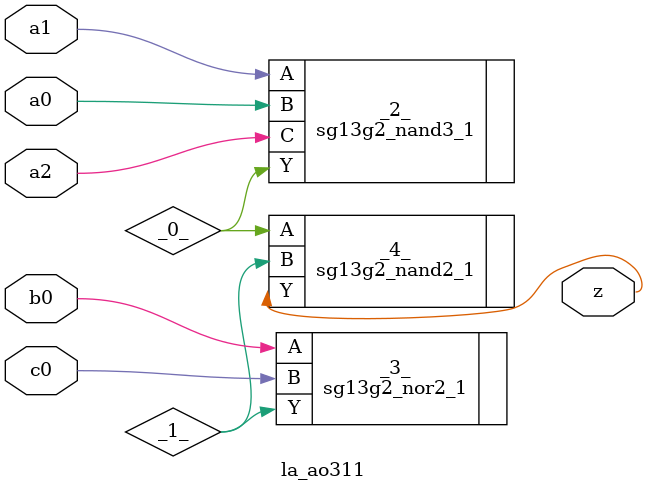
<source format=v>

/* Generated by Yosys 0.44 (git sha1 80ba43d26, g++ 11.4.0-1ubuntu1~22.04 -fPIC -O3) */

(* top =  1  *)
(* src = "generated" *)
module la_ao311 (
    a0,
    a1,
    a2,
    b0,
    c0,
    z
);
  wire _0_;
  wire _1_;
  (* src = "generated" *)
  input a0;
  wire a0;
  (* src = "generated" *)
  input a1;
  wire a1;
  (* src = "generated" *)
  input a2;
  wire a2;
  (* src = "generated" *)
  input b0;
  wire b0;
  (* src = "generated" *)
  input c0;
  wire c0;
  (* src = "generated" *)
  output z;
  wire z;
  sg13g2_nand3_1 _2_ (
      .A(a1),
      .B(a0),
      .C(a2),
      .Y(_0_)
  );
  sg13g2_nor2_1 _3_ (
      .A(b0),
      .B(c0),
      .Y(_1_)
  );
  sg13g2_nand2_1 _4_ (
      .A(_0_),
      .B(_1_),
      .Y(z)
  );
endmodule

</source>
